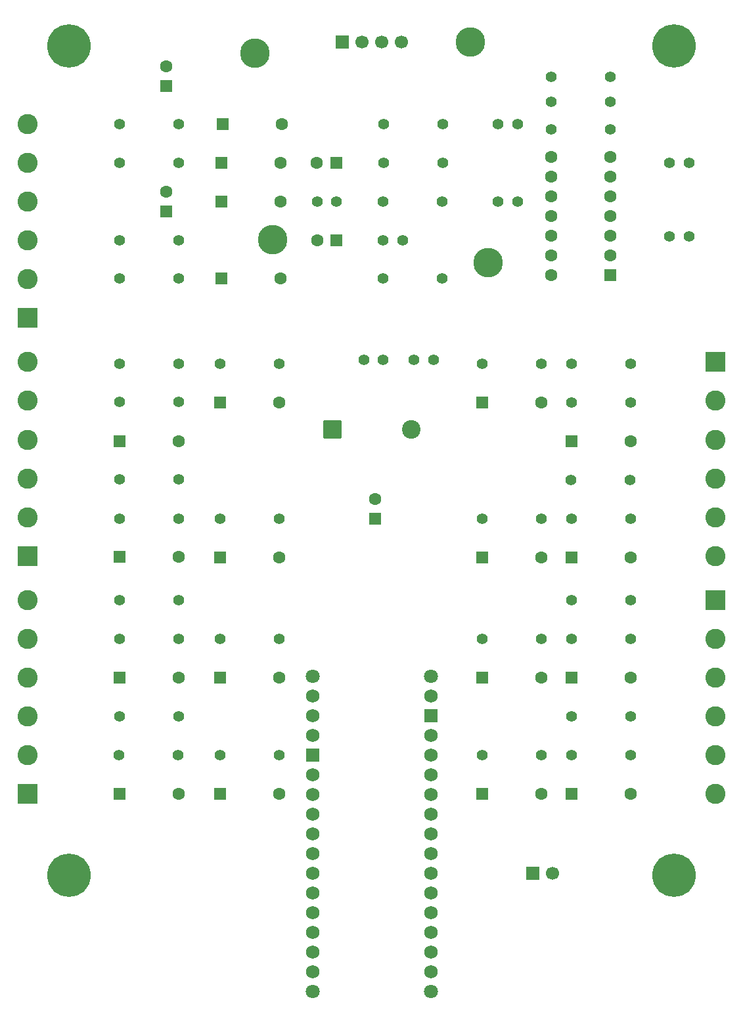
<source format=gts>
%TF.GenerationSoftware,KiCad,Pcbnew,9.0.6-9.0.6~ubuntu24.04.1*%
%TF.CreationDate,2025-12-13T20:31:21+01:00*%
%TF.ProjectId,temperator,74656d70-6572-4617-946f-722e6b696361,1.1*%
%TF.SameCoordinates,PX623a7c0PY623a7c0*%
%TF.FileFunction,Soldermask,Top*%
%TF.FilePolarity,Negative*%
%FSLAX46Y46*%
G04 Gerber Fmt 4.6, Leading zero omitted, Abs format (unit mm)*
G04 Created by KiCad (PCBNEW 9.0.6-9.0.6~ubuntu24.04.1) date 2025-12-13 20:31:21*
%MOMM*%
%LPD*%
G01*
G04 APERTURE LIST*
G04 Aperture macros list*
%AMRoundRect*
0 Rectangle with rounded corners*
0 $1 Rounding radius*
0 $2 $3 $4 $5 $6 $7 $8 $9 X,Y pos of 4 corners*
0 Add a 4 corners polygon primitive as box body*
4,1,4,$2,$3,$4,$5,$6,$7,$8,$9,$2,$3,0*
0 Add four circle primitives for the rounded corners*
1,1,$1+$1,$2,$3*
1,1,$1+$1,$4,$5*
1,1,$1+$1,$6,$7*
1,1,$1+$1,$8,$9*
0 Add four rect primitives between the rounded corners*
20,1,$1+$1,$2,$3,$4,$5,0*
20,1,$1+$1,$4,$5,$6,$7,0*
20,1,$1+$1,$6,$7,$8,$9,0*
20,1,$1+$1,$8,$9,$2,$3,0*%
G04 Aperture macros list end*
%ADD10C,1.400000*%
%ADD11RoundRect,0.250000X-0.550000X-0.550000X0.550000X-0.550000X0.550000X0.550000X-0.550000X0.550000X0*%
%ADD12C,1.600000*%
%ADD13R,2.600000X2.600000*%
%ADD14C,2.600000*%
%ADD15C,3.600000*%
%ADD16C,5.600000*%
%ADD17C,3.800000*%
%ADD18RoundRect,0.250000X0.550000X-0.550000X0.550000X0.550000X-0.550000X0.550000X-0.550000X-0.550000X0*%
%ADD19RoundRect,0.250001X-0.949999X-0.949999X0.949999X-0.949999X0.949999X0.949999X-0.949999X0.949999X0*%
%ADD20C,2.400000*%
%ADD21RoundRect,0.250000X0.550000X0.550000X-0.550000X0.550000X-0.550000X-0.550000X0.550000X-0.550000X0*%
%ADD22C,1.800000*%
%ADD23C,1.727200*%
%ADD24R,1.727200X1.727200*%
%ADD25R,1.700000X1.700000*%
%ADD26C,1.700000*%
G04 APERTURE END LIST*
D10*
%TO.C,R124*%
X33310000Y-2500000D03*
X25690000Y-2500000D03*
%TD*%
%TO.C,C205*%
X-4500000Y33400000D03*
X-7000000Y33400000D03*
%TD*%
%TO.C,C208*%
X16300000Y43400000D03*
X18800000Y43400000D03*
%TD*%
D11*
%TO.C,D104*%
X-32500000Y-28000000D03*
D12*
X-24880000Y-28000000D03*
%TD*%
D13*
%TO.C,J104*%
X44300000Y12700000D03*
D14*
X44300000Y7700000D03*
X44300000Y2700000D03*
X44300000Y-2300000D03*
X44300000Y-7300000D03*
X44300000Y-12300000D03*
%TD*%
D11*
%TO.C,D202*%
X-19310000Y33400000D03*
D12*
X-11690000Y33400000D03*
%TD*%
D11*
%TO.C,D109*%
X-19500707Y-12499293D03*
D12*
X-11880707Y-12499293D03*
%TD*%
D10*
%TO.C,R203*%
X-24880000Y28400000D03*
X-32500000Y28400000D03*
%TD*%
D11*
%TO.C,D106*%
X14250000Y-43000000D03*
D12*
X21870000Y-43000000D03*
%TD*%
D10*
%TO.C,C211*%
X38400000Y38350000D03*
X40900000Y38350000D03*
%TD*%
%TO.C,C213*%
X8000000Y13000000D03*
X5500000Y13000000D03*
%TD*%
%TO.C,R103*%
X-11880000Y-38000000D03*
X-19500000Y-38000000D03*
%TD*%
%TO.C,R119*%
X33370000Y-38000000D03*
X25750000Y-38000000D03*
%TD*%
%TO.C,R209*%
X-24880000Y38400000D03*
X-32500000Y38400000D03*
%TD*%
D13*
%TO.C,J102*%
X-44300000Y-43000000D03*
D14*
X-44300000Y-38000000D03*
X-44300000Y-33000000D03*
X-44300000Y-28000000D03*
X-44300000Y-23000000D03*
X-44300000Y-18000000D03*
%TD*%
D13*
%TO.C,J101*%
X-44300000Y-12300000D03*
D14*
X-44300000Y-7300000D03*
X-44300000Y-2300000D03*
X-44300000Y2700000D03*
X-44300000Y7700000D03*
X-44300000Y12700000D03*
%TD*%
D15*
%TO.C,H206*%
X-39000000Y53500000D03*
D16*
X-39000000Y53500000D03*
%TD*%
D14*
%TO.C,H211*%
X12750000Y54000000D03*
D17*
X12750000Y54000000D03*
%TD*%
D13*
%TO.C,J103*%
X44300000Y-18000000D03*
D14*
X44300000Y-23000000D03*
X44300000Y-28000000D03*
X44300000Y-33000000D03*
X44300000Y-38000000D03*
X44300000Y-43000000D03*
%TD*%
D11*
%TO.C,D102*%
X-32500000Y2500000D03*
D12*
X-24880000Y2500000D03*
%TD*%
D10*
%TO.C,R107*%
X14250000Y12500000D03*
X21870000Y12500000D03*
%TD*%
D15*
%TO.C,H205*%
X39000000Y53500000D03*
D16*
X39000000Y53500000D03*
%TD*%
D10*
%TO.C,R105*%
X14250000Y-23000000D03*
X21870000Y-23000000D03*
%TD*%
D11*
%TO.C,D205*%
X-19310000Y38400000D03*
D12*
X-11690000Y38400000D03*
%TD*%
D10*
%TO.C,R114*%
X-32510000Y-33000000D03*
X-24890000Y-33000000D03*
%TD*%
%TO.C,R120*%
X33370000Y-33000000D03*
X25750000Y-33000000D03*
%TD*%
D11*
%TO.C,D103*%
X-32500000Y-43000000D03*
D12*
X-24880000Y-43000000D03*
%TD*%
D10*
%TO.C,R110*%
X-32500000Y-2400000D03*
X-24880000Y-2400000D03*
%TD*%
D11*
%TO.C,D204*%
X-19200000Y43400000D03*
D12*
X-11580000Y43400000D03*
%TD*%
D11*
%TO.C,D112*%
X-19500000Y-28000000D03*
D12*
X-11880000Y-28000000D03*
%TD*%
D15*
%TO.C,H208*%
X39000000Y-53500000D03*
D16*
X39000000Y-53500000D03*
%TD*%
D18*
%TO.C,C209*%
X-26500000Y48317620D03*
D12*
X-26500000Y50817620D03*
%TD*%
D10*
%TO.C,R211*%
X23190000Y42750000D03*
X30810000Y42750000D03*
%TD*%
D18*
%TO.C,C210*%
X-26500000Y32150000D03*
D12*
X-26500000Y34650000D03*
%TD*%
D11*
%TO.C,D116*%
X25750000Y-12500000D03*
D12*
X33370000Y-12500000D03*
%TD*%
D10*
%TO.C,R112*%
X-32500000Y12500000D03*
X-24880000Y12500000D03*
%TD*%
D14*
%TO.C,H210*%
X-15000000Y52500000D03*
D17*
X-15000000Y52500000D03*
%TD*%
D10*
%TO.C,R113*%
X-32560000Y-38000000D03*
X-24940000Y-38000000D03*
%TD*%
D11*
%TO.C,D115*%
X25750000Y2500000D03*
D12*
X33370000Y2500000D03*
%TD*%
D19*
%TO.C,D201*%
X-5080000Y4000000D03*
D20*
X5080000Y4000000D03*
%TD*%
D11*
%TO.C,D108*%
X14250000Y-12500000D03*
D12*
X21870000Y-12500000D03*
%TD*%
D10*
%TO.C,R118*%
X33370000Y-18000000D03*
X25750000Y-18000000D03*
%TD*%
%TO.C,R116*%
X-32500000Y-18000000D03*
X-24880000Y-18000000D03*
%TD*%
%TO.C,R208*%
X1590000Y38400000D03*
X9210000Y38400000D03*
%TD*%
D11*
%TO.C,D203*%
X-19310000Y23450000D03*
D12*
X-11690000Y23450000D03*
%TD*%
D10*
%TO.C,C212*%
X38400000Y28900000D03*
X40900000Y28900000D03*
%TD*%
%TO.C,R204*%
X30810000Y46250000D03*
X23190000Y46250000D03*
%TD*%
D21*
%TO.C,U201*%
X30800000Y23875000D03*
D12*
X30800000Y26415000D03*
X30800000Y28955000D03*
X30800000Y31495000D03*
X30800000Y34035000D03*
X30800000Y36575000D03*
X30800000Y39115000D03*
X23180000Y39115000D03*
X23180000Y36575000D03*
X23180000Y34035000D03*
X23180000Y31495000D03*
X23180000Y28955000D03*
X23180000Y26415000D03*
X23180000Y23875000D03*
%TD*%
D22*
%TO.C,A201*%
X-7620000Y-27840000D03*
X-7620000Y-68480000D03*
X7620000Y-27840000D03*
X7620000Y-68480000D03*
D23*
X7620000Y-63400000D03*
X7620000Y-38000000D03*
X7620000Y-58320000D03*
X7620000Y-55780000D03*
X7620000Y-53240000D03*
X7620000Y-50700000D03*
X7620000Y-48160000D03*
X7620000Y-45620000D03*
X7620000Y-43080000D03*
X7620000Y-40540000D03*
X7620000Y-60860000D03*
X7620000Y-35460000D03*
X-7620000Y-32920000D03*
X-7620000Y-30380000D03*
X-7620000Y-40540000D03*
X-7620000Y-43080000D03*
X-7620000Y-45620000D03*
X-7620000Y-48160000D03*
X-7620000Y-50700000D03*
X-7620000Y-53240000D03*
X-7620000Y-55780000D03*
X-7620000Y-58320000D03*
X-7620000Y-60860000D03*
X-7620000Y-63400000D03*
X-7620000Y-65940000D03*
X7620000Y-65940000D03*
D24*
X-7620000Y-38000000D03*
X7620000Y-32920000D03*
D23*
X-7620000Y-35460000D03*
X7620000Y-30380000D03*
%TD*%
D11*
%TO.C,D114*%
X25750000Y-43000000D03*
D12*
X33370000Y-43000000D03*
%TD*%
D10*
%TO.C,R111*%
X-32500000Y7600000D03*
X-24880000Y7600000D03*
%TD*%
%TO.C,R102*%
X-11880000Y12500000D03*
X-19500000Y12500000D03*
%TD*%
D18*
%TO.C,C202*%
X500000Y-7500000D03*
D12*
X500000Y-5000000D03*
%TD*%
D10*
%TO.C,R101*%
X-11880000Y-7500000D03*
X-19500000Y-7500000D03*
%TD*%
D11*
%TO.C,D105*%
X14250000Y-28000000D03*
D12*
X21870000Y-28000000D03*
%TD*%
D10*
%TO.C,R210*%
X1590000Y43400000D03*
X9210000Y43400000D03*
%TD*%
%TO.C,R109*%
X-32500000Y-7500000D03*
X-24880000Y-7500000D03*
%TD*%
%TO.C,R122*%
X33370000Y12500000D03*
X25750000Y12500000D03*
%TD*%
%TO.C,C207*%
X16300000Y33400000D03*
X18800000Y33400000D03*
%TD*%
%TO.C,C203*%
X4000000Y28400000D03*
X1500000Y28400000D03*
%TD*%
%TO.C,R201*%
X30810000Y49500000D03*
X23190000Y49500000D03*
%TD*%
D21*
%TO.C,C204*%
X-4500000Y28400000D03*
D12*
X-7000000Y28400000D03*
%TD*%
D10*
%TO.C,R104*%
X-11880000Y-23000000D03*
X-19500000Y-23000000D03*
%TD*%
%TO.C,R115*%
X-32500000Y-23000000D03*
X-24880000Y-23000000D03*
%TD*%
D11*
%TO.C,D107*%
X14250000Y7500000D03*
D12*
X21870000Y7500000D03*
%TD*%
D10*
%TO.C,R205*%
X9070000Y23450000D03*
X1450000Y23450000D03*
%TD*%
%TO.C,C201*%
X-1000000Y13000000D03*
X1500000Y13000000D03*
%TD*%
D25*
%TO.C,JP201*%
X20750000Y-53250000D03*
D26*
X23290000Y-53250000D03*
%TD*%
D11*
%TO.C,D101*%
X-32500000Y-12400000D03*
D12*
X-24880000Y-12400000D03*
%TD*%
D10*
%TO.C,R207*%
X1440000Y33400000D03*
X9060000Y33400000D03*
%TD*%
D13*
%TO.C,J201*%
X-44300000Y18400000D03*
D14*
X-44300000Y23400000D03*
X-44300000Y28400000D03*
X-44300000Y33400000D03*
X-44300000Y38400000D03*
X-44300000Y43400000D03*
%TD*%
D21*
%TO.C,C206*%
X-4571144Y38400000D03*
D12*
X-7071144Y38400000D03*
%TD*%
D25*
%TO.C,Brd201*%
X-3800000Y54000000D03*
D26*
X-1260000Y54000000D03*
X1280000Y54000000D03*
X3820000Y54000000D03*
%TD*%
D10*
%TO.C,R121*%
X33370000Y7500000D03*
X25750000Y7500000D03*
%TD*%
D11*
%TO.C,D113*%
X25750000Y-28000000D03*
D12*
X33370000Y-28000000D03*
%TD*%
D14*
%TO.C,H212*%
X-12750000Y28500000D03*
D17*
X-12750000Y28500000D03*
%TD*%
D10*
%TO.C,R202*%
X-24830000Y43400000D03*
X-32450000Y43400000D03*
%TD*%
D14*
%TO.C,H213*%
X15000000Y25500000D03*
D17*
X15000000Y25500000D03*
%TD*%
D15*
%TO.C,H207*%
X-39000000Y-53500000D03*
D16*
X-39000000Y-53500000D03*
%TD*%
D10*
%TO.C,R206*%
X-24880000Y23450000D03*
X-32500000Y23450000D03*
%TD*%
%TO.C,R106*%
X14250000Y-38000000D03*
X21870000Y-38000000D03*
%TD*%
%TO.C,R123*%
X33370000Y-7500000D03*
X25750000Y-7500000D03*
%TD*%
%TO.C,R108*%
X14250000Y-7500000D03*
X21870000Y-7500000D03*
%TD*%
D11*
%TO.C,D111*%
X-19500000Y-43000000D03*
D12*
X-11880000Y-43000000D03*
%TD*%
D11*
%TO.C,D110*%
X-19500000Y7500000D03*
D12*
X-11880000Y7500000D03*
%TD*%
D10*
%TO.C,R117*%
X33370000Y-23000000D03*
X25750000Y-23000000D03*
%TD*%
M02*

</source>
